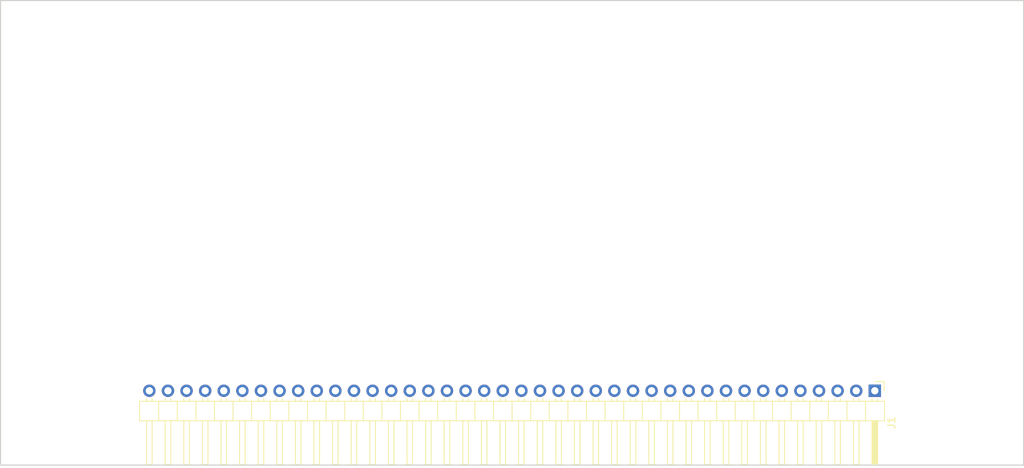
<source format=kicad_pcb>
(kicad_pcb (version 4) (host pcbnew 4.0.6)

  (general
    (links 13)
    (no_connects 13)
    (area 83.744999 63.424999 223.595001 127.075001)
    (thickness 1.6)
    (drawings 4)
    (tracks 0)
    (zones 0)
    (modules 1)
    (nets 28)
  )

  (page A4)
  (layers
    (0 F.Cu signal)
    (31 B.Cu signal)
    (32 B.Adhes user)
    (33 F.Adhes user)
    (34 B.Paste user)
    (35 F.Paste user)
    (36 B.SilkS user)
    (37 F.SilkS user)
    (38 B.Mask user)
    (39 F.Mask user)
    (40 Dwgs.User user)
    (41 Cmts.User user)
    (42 Eco1.User user)
    (43 Eco2.User user)
    (44 Edge.Cuts user)
    (45 Margin user)
    (46 B.CrtYd user)
    (47 F.CrtYd user)
    (48 B.Fab user)
    (49 F.Fab user)
  )

  (setup
    (last_trace_width 0.25)
    (trace_clearance 0.2)
    (zone_clearance 0.508)
    (zone_45_only no)
    (trace_min 0.2)
    (segment_width 0.2)
    (edge_width 0.15)
    (via_size 0.6)
    (via_drill 0.4)
    (via_min_size 0.4)
    (via_min_drill 0.3)
    (uvia_size 0.3)
    (uvia_drill 0.1)
    (uvias_allowed no)
    (uvia_min_size 0.2)
    (uvia_min_drill 0.1)
    (pcb_text_width 0.3)
    (pcb_text_size 1.5 1.5)
    (mod_edge_width 0.15)
    (mod_text_size 1 1)
    (mod_text_width 0.15)
    (pad_size 1.524 1.524)
    (pad_drill 0.762)
    (pad_to_mask_clearance 0.2)
    (aux_axis_origin 0 0)
    (visible_elements FFFFFF7F)
    (pcbplotparams
      (layerselection 0x00030_80000001)
      (usegerberextensions false)
      (excludeedgelayer true)
      (linewidth 0.100000)
      (plotframeref false)
      (viasonmask false)
      (mode 1)
      (useauxorigin false)
      (hpglpennumber 1)
      (hpglpenspeed 20)
      (hpglpendiameter 15)
      (hpglpenoverlay 2)
      (psnegative false)
      (psa4output false)
      (plotreference true)
      (plotvalue true)
      (plotinvisibletext false)
      (padsonsilk false)
      (subtractmaskfromsilk false)
      (outputformat 1)
      (mirror false)
      (drillshape 1)
      (scaleselection 1)
      (outputdirectory ""))
  )

  (net 0 "")
  (net 1 +24V)
  (net 2 GND)
  (net 3 +5V)
  (net 4 +3V3)
  (net 5 GPIO21)
  (net 6 GPIO20)
  (net 7 GPIO16)
  (net 8 GPIO12)
  (net 9 GPIO25)
  (net 10 GPIO24)
  (net 11 GPIO23)
  (net 12 GPIO18)
  (net 13 "Net-(J1-Pad22)")
  (net 14 "Net-(J1-Pad23)")
  (net 15 "Net-(J1-Pad24)")
  (net 16 "Net-(J1-Pad25)")
  (net 17 "Net-(J1-Pad26)")
  (net 18 "Net-(J1-Pad27)")
  (net 19 "Net-(J1-Pad28)")
  (net 20 "Net-(J1-Pad29)")
  (net 21 RST)
  (net 22 TXD)
  (net 23 RXD)
  (net 24 SCL1)
  (net 25 SDA1)
  (net 26 SDA)
  (net 27 SCL)

  (net_class Default "This is the default net class."
    (clearance 0.2)
    (trace_width 0.25)
    (via_dia 0.6)
    (via_drill 0.4)
    (uvia_dia 0.3)
    (uvia_drill 0.1)
    (add_net +24V)
    (add_net +3V3)
    (add_net +5V)
    (add_net GND)
    (add_net GPIO12)
    (add_net GPIO16)
    (add_net GPIO18)
    (add_net GPIO20)
    (add_net GPIO21)
    (add_net GPIO23)
    (add_net GPIO24)
    (add_net GPIO25)
    (add_net "Net-(J1-Pad22)")
    (add_net "Net-(J1-Pad23)")
    (add_net "Net-(J1-Pad24)")
    (add_net "Net-(J1-Pad25)")
    (add_net "Net-(J1-Pad26)")
    (add_net "Net-(J1-Pad27)")
    (add_net "Net-(J1-Pad28)")
    (add_net "Net-(J1-Pad29)")
    (add_net RST)
    (add_net RXD)
    (add_net SCL)
    (add_net SCL1)
    (add_net SDA)
    (add_net SDA1)
    (add_net TXD)
  )

  (module Pin_Headers:Pin_Header_Angled_1x40_Pitch2.54mm (layer F.Cu) (tedit 59650532) (tstamp 599894A8)
    (at 203.2 116.84 270)
    (descr "Through hole angled pin header, 1x40, 2.54mm pitch, 6mm pin length, single row")
    (tags "Through hole angled pin header THT 1x40 2.54mm single row")
    (path /59988FD8)
    (fp_text reference J1 (at 4.385 -2.27 270) (layer F.SilkS)
      (effects (font (size 1 1) (thickness 0.15)))
    )
    (fp_text value CONN_01X40 (at 4.385 101.33 270) (layer F.Fab)
      (effects (font (size 1 1) (thickness 0.15)))
    )
    (fp_line (start 2.135 -1.27) (end 4.04 -1.27) (layer F.Fab) (width 0.1))
    (fp_line (start 4.04 -1.27) (end 4.04 100.33) (layer F.Fab) (width 0.1))
    (fp_line (start 4.04 100.33) (end 1.5 100.33) (layer F.Fab) (width 0.1))
    (fp_line (start 1.5 100.33) (end 1.5 -0.635) (layer F.Fab) (width 0.1))
    (fp_line (start 1.5 -0.635) (end 2.135 -1.27) (layer F.Fab) (width 0.1))
    (fp_line (start -0.32 -0.32) (end 1.5 -0.32) (layer F.Fab) (width 0.1))
    (fp_line (start -0.32 -0.32) (end -0.32 0.32) (layer F.Fab) (width 0.1))
    (fp_line (start -0.32 0.32) (end 1.5 0.32) (layer F.Fab) (width 0.1))
    (fp_line (start 4.04 -0.32) (end 10.04 -0.32) (layer F.Fab) (width 0.1))
    (fp_line (start 10.04 -0.32) (end 10.04 0.32) (layer F.Fab) (width 0.1))
    (fp_line (start 4.04 0.32) (end 10.04 0.32) (layer F.Fab) (width 0.1))
    (fp_line (start -0.32 2.22) (end 1.5 2.22) (layer F.Fab) (width 0.1))
    (fp_line (start -0.32 2.22) (end -0.32 2.86) (layer F.Fab) (width 0.1))
    (fp_line (start -0.32 2.86) (end 1.5 2.86) (layer F.Fab) (width 0.1))
    (fp_line (start 4.04 2.22) (end 10.04 2.22) (layer F.Fab) (width 0.1))
    (fp_line (start 10.04 2.22) (end 10.04 2.86) (layer F.Fab) (width 0.1))
    (fp_line (start 4.04 2.86) (end 10.04 2.86) (layer F.Fab) (width 0.1))
    (fp_line (start -0.32 4.76) (end 1.5 4.76) (layer F.Fab) (width 0.1))
    (fp_line (start -0.32 4.76) (end -0.32 5.4) (layer F.Fab) (width 0.1))
    (fp_line (start -0.32 5.4) (end 1.5 5.4) (layer F.Fab) (width 0.1))
    (fp_line (start 4.04 4.76) (end 10.04 4.76) (layer F.Fab) (width 0.1))
    (fp_line (start 10.04 4.76) (end 10.04 5.4) (layer F.Fab) (width 0.1))
    (fp_line (start 4.04 5.4) (end 10.04 5.4) (layer F.Fab) (width 0.1))
    (fp_line (start -0.32 7.3) (end 1.5 7.3) (layer F.Fab) (width 0.1))
    (fp_line (start -0.32 7.3) (end -0.32 7.94) (layer F.Fab) (width 0.1))
    (fp_line (start -0.32 7.94) (end 1.5 7.94) (layer F.Fab) (width 0.1))
    (fp_line (start 4.04 7.3) (end 10.04 7.3) (layer F.Fab) (width 0.1))
    (fp_line (start 10.04 7.3) (end 10.04 7.94) (layer F.Fab) (width 0.1))
    (fp_line (start 4.04 7.94) (end 10.04 7.94) (layer F.Fab) (width 0.1))
    (fp_line (start -0.32 9.84) (end 1.5 9.84) (layer F.Fab) (width 0.1))
    (fp_line (start -0.32 9.84) (end -0.32 10.48) (layer F.Fab) (width 0.1))
    (fp_line (start -0.32 10.48) (end 1.5 10.48) (layer F.Fab) (width 0.1))
    (fp_line (start 4.04 9.84) (end 10.04 9.84) (layer F.Fab) (width 0.1))
    (fp_line (start 10.04 9.84) (end 10.04 10.48) (layer F.Fab) (width 0.1))
    (fp_line (start 4.04 10.48) (end 10.04 10.48) (layer F.Fab) (width 0.1))
    (fp_line (start -0.32 12.38) (end 1.5 12.38) (layer F.Fab) (width 0.1))
    (fp_line (start -0.32 12.38) (end -0.32 13.02) (layer F.Fab) (width 0.1))
    (fp_line (start -0.32 13.02) (end 1.5 13.02) (layer F.Fab) (width 0.1))
    (fp_line (start 4.04 12.38) (end 10.04 12.38) (layer F.Fab) (width 0.1))
    (fp_line (start 10.04 12.38) (end 10.04 13.02) (layer F.Fab) (width 0.1))
    (fp_line (start 4.04 13.02) (end 10.04 13.02) (layer F.Fab) (width 0.1))
    (fp_line (start -0.32 14.92) (end 1.5 14.92) (layer F.Fab) (width 0.1))
    (fp_line (start -0.32 14.92) (end -0.32 15.56) (layer F.Fab) (width 0.1))
    (fp_line (start -0.32 15.56) (end 1.5 15.56) (layer F.Fab) (width 0.1))
    (fp_line (start 4.04 14.92) (end 10.04 14.92) (layer F.Fab) (width 0.1))
    (fp_line (start 10.04 14.92) (end 10.04 15.56) (layer F.Fab) (width 0.1))
    (fp_line (start 4.04 15.56) (end 10.04 15.56) (layer F.Fab) (width 0.1))
    (fp_line (start -0.32 17.46) (end 1.5 17.46) (layer F.Fab) (width 0.1))
    (fp_line (start -0.32 17.46) (end -0.32 18.1) (layer F.Fab) (width 0.1))
    (fp_line (start -0.32 18.1) (end 1.5 18.1) (layer F.Fab) (width 0.1))
    (fp_line (start 4.04 17.46) (end 10.04 17.46) (layer F.Fab) (width 0.1))
    (fp_line (start 10.04 17.46) (end 10.04 18.1) (layer F.Fab) (width 0.1))
    (fp_line (start 4.04 18.1) (end 10.04 18.1) (layer F.Fab) (width 0.1))
    (fp_line (start -0.32 20) (end 1.5 20) (layer F.Fab) (width 0.1))
    (fp_line (start -0.32 20) (end -0.32 20.64) (layer F.Fab) (width 0.1))
    (fp_line (start -0.32 20.64) (end 1.5 20.64) (layer F.Fab) (width 0.1))
    (fp_line (start 4.04 20) (end 10.04 20) (layer F.Fab) (width 0.1))
    (fp_line (start 10.04 20) (end 10.04 20.64) (layer F.Fab) (width 0.1))
    (fp_line (start 4.04 20.64) (end 10.04 20.64) (layer F.Fab) (width 0.1))
    (fp_line (start -0.32 22.54) (end 1.5 22.54) (layer F.Fab) (width 0.1))
    (fp_line (start -0.32 22.54) (end -0.32 23.18) (layer F.Fab) (width 0.1))
    (fp_line (start -0.32 23.18) (end 1.5 23.18) (layer F.Fab) (width 0.1))
    (fp_line (start 4.04 22.54) (end 10.04 22.54) (layer F.Fab) (width 0.1))
    (fp_line (start 10.04 22.54) (end 10.04 23.18) (layer F.Fab) (width 0.1))
    (fp_line (start 4.04 23.18) (end 10.04 23.18) (layer F.Fab) (width 0.1))
    (fp_line (start -0.32 25.08) (end 1.5 25.08) (layer F.Fab) (width 0.1))
    (fp_line (start -0.32 25.08) (end -0.32 25.72) (layer F.Fab) (width 0.1))
    (fp_line (start -0.32 25.72) (end 1.5 25.72) (layer F.Fab) (width 0.1))
    (fp_line (start 4.04 25.08) (end 10.04 25.08) (layer F.Fab) (width 0.1))
    (fp_line (start 10.04 25.08) (end 10.04 25.72) (layer F.Fab) (width 0.1))
    (fp_line (start 4.04 25.72) (end 10.04 25.72) (layer F.Fab) (width 0.1))
    (fp_line (start -0.32 27.62) (end 1.5 27.62) (layer F.Fab) (width 0.1))
    (fp_line (start -0.32 27.62) (end -0.32 28.26) (layer F.Fab) (width 0.1))
    (fp_line (start -0.32 28.26) (end 1.5 28.26) (layer F.Fab) (width 0.1))
    (fp_line (start 4.04 27.62) (end 10.04 27.62) (layer F.Fab) (width 0.1))
    (fp_line (start 10.04 27.62) (end 10.04 28.26) (layer F.Fab) (width 0.1))
    (fp_line (start 4.04 28.26) (end 10.04 28.26) (layer F.Fab) (width 0.1))
    (fp_line (start -0.32 30.16) (end 1.5 30.16) (layer F.Fab) (width 0.1))
    (fp_line (start -0.32 30.16) (end -0.32 30.8) (layer F.Fab) (width 0.1))
    (fp_line (start -0.32 30.8) (end 1.5 30.8) (layer F.Fab) (width 0.1))
    (fp_line (start 4.04 30.16) (end 10.04 30.16) (layer F.Fab) (width 0.1))
    (fp_line (start 10.04 30.16) (end 10.04 30.8) (layer F.Fab) (width 0.1))
    (fp_line (start 4.04 30.8) (end 10.04 30.8) (layer F.Fab) (width 0.1))
    (fp_line (start -0.32 32.7) (end 1.5 32.7) (layer F.Fab) (width 0.1))
    (fp_line (start -0.32 32.7) (end -0.32 33.34) (layer F.Fab) (width 0.1))
    (fp_line (start -0.32 33.34) (end 1.5 33.34) (layer F.Fab) (width 0.1))
    (fp_line (start 4.04 32.7) (end 10.04 32.7) (layer F.Fab) (width 0.1))
    (fp_line (start 10.04 32.7) (end 10.04 33.34) (layer F.Fab) (width 0.1))
    (fp_line (start 4.04 33.34) (end 10.04 33.34) (layer F.Fab) (width 0.1))
    (fp_line (start -0.32 35.24) (end 1.5 35.24) (layer F.Fab) (width 0.1))
    (fp_line (start -0.32 35.24) (end -0.32 35.88) (layer F.Fab) (width 0.1))
    (fp_line (start -0.32 35.88) (end 1.5 35.88) (layer F.Fab) (width 0.1))
    (fp_line (start 4.04 35.24) (end 10.04 35.24) (layer F.Fab) (width 0.1))
    (fp_line (start 10.04 35.24) (end 10.04 35.88) (layer F.Fab) (width 0.1))
    (fp_line (start 4.04 35.88) (end 10.04 35.88) (layer F.Fab) (width 0.1))
    (fp_line (start -0.32 37.78) (end 1.5 37.78) (layer F.Fab) (width 0.1))
    (fp_line (start -0.32 37.78) (end -0.32 38.42) (layer F.Fab) (width 0.1))
    (fp_line (start -0.32 38.42) (end 1.5 38.42) (layer F.Fab) (width 0.1))
    (fp_line (start 4.04 37.78) (end 10.04 37.78) (layer F.Fab) (width 0.1))
    (fp_line (start 10.04 37.78) (end 10.04 38.42) (layer F.Fab) (width 0.1))
    (fp_line (start 4.04 38.42) (end 10.04 38.42) (layer F.Fab) (width 0.1))
    (fp_line (start -0.32 40.32) (end 1.5 40.32) (layer F.Fab) (width 0.1))
    (fp_line (start -0.32 40.32) (end -0.32 40.96) (layer F.Fab) (width 0.1))
    (fp_line (start -0.32 40.96) (end 1.5 40.96) (layer F.Fab) (width 0.1))
    (fp_line (start 4.04 40.32) (end 10.04 40.32) (layer F.Fab) (width 0.1))
    (fp_line (start 10.04 40.32) (end 10.04 40.96) (layer F.Fab) (width 0.1))
    (fp_line (start 4.04 40.96) (end 10.04 40.96) (layer F.Fab) (width 0.1))
    (fp_line (start -0.32 42.86) (end 1.5 42.86) (layer F.Fab) (width 0.1))
    (fp_line (start -0.32 42.86) (end -0.32 43.5) (layer F.Fab) (width 0.1))
    (fp_line (start -0.32 43.5) (end 1.5 43.5) (layer F.Fab) (width 0.1))
    (fp_line (start 4.04 42.86) (end 10.04 42.86) (layer F.Fab) (width 0.1))
    (fp_line (start 10.04 42.86) (end 10.04 43.5) (layer F.Fab) (width 0.1))
    (fp_line (start 4.04 43.5) (end 10.04 43.5) (layer F.Fab) (width 0.1))
    (fp_line (start -0.32 45.4) (end 1.5 45.4) (layer F.Fab) (width 0.1))
    (fp_line (start -0.32 45.4) (end -0.32 46.04) (layer F.Fab) (width 0.1))
    (fp_line (start -0.32 46.04) (end 1.5 46.04) (layer F.Fab) (width 0.1))
    (fp_line (start 4.04 45.4) (end 10.04 45.4) (layer F.Fab) (width 0.1))
    (fp_line (start 10.04 45.4) (end 10.04 46.04) (layer F.Fab) (width 0.1))
    (fp_line (start 4.04 46.04) (end 10.04 46.04) (layer F.Fab) (width 0.1))
    (fp_line (start -0.32 47.94) (end 1.5 47.94) (layer F.Fab) (width 0.1))
    (fp_line (start -0.32 47.94) (end -0.32 48.58) (layer F.Fab) (width 0.1))
    (fp_line (start -0.32 48.58) (end 1.5 48.58) (layer F.Fab) (width 0.1))
    (fp_line (start 4.04 47.94) (end 10.04 47.94) (layer F.Fab) (width 0.1))
    (fp_line (start 10.04 47.94) (end 10.04 48.58) (layer F.Fab) (width 0.1))
    (fp_line (start 4.04 48.58) (end 10.04 48.58) (layer F.Fab) (width 0.1))
    (fp_line (start -0.32 50.48) (end 1.5 50.48) (layer F.Fab) (width 0.1))
    (fp_line (start -0.32 50.48) (end -0.32 51.12) (layer F.Fab) (width 0.1))
    (fp_line (start -0.32 51.12) (end 1.5 51.12) (layer F.Fab) (width 0.1))
    (fp_line (start 4.04 50.48) (end 10.04 50.48) (layer F.Fab) (width 0.1))
    (fp_line (start 10.04 50.48) (end 10.04 51.12) (layer F.Fab) (width 0.1))
    (fp_line (start 4.04 51.12) (end 10.04 51.12) (layer F.Fab) (width 0.1))
    (fp_line (start -0.32 53.02) (end 1.5 53.02) (layer F.Fab) (width 0.1))
    (fp_line (start -0.32 53.02) (end -0.32 53.66) (layer F.Fab) (width 0.1))
    (fp_line (start -0.32 53.66) (end 1.5 53.66) (layer F.Fab) (width 0.1))
    (fp_line (start 4.04 53.02) (end 10.04 53.02) (layer F.Fab) (width 0.1))
    (fp_line (start 10.04 53.02) (end 10.04 53.66) (layer F.Fab) (width 0.1))
    (fp_line (start 4.04 53.66) (end 10.04 53.66) (layer F.Fab) (width 0.1))
    (fp_line (start -0.32 55.56) (end 1.5 55.56) (layer F.Fab) (width 0.1))
    (fp_line (start -0.32 55.56) (end -0.32 56.2) (layer F.Fab) (width 0.1))
    (fp_line (start -0.32 56.2) (end 1.5 56.2) (layer F.Fab) (width 0.1))
    (fp_line (start 4.04 55.56) (end 10.04 55.56) (layer F.Fab) (width 0.1))
    (fp_line (start 10.04 55.56) (end 10.04 56.2) (layer F.Fab) (width 0.1))
    (fp_line (start 4.04 56.2) (end 10.04 56.2) (layer F.Fab) (width 0.1))
    (fp_line (start -0.32 58.1) (end 1.5 58.1) (layer F.Fab) (width 0.1))
    (fp_line (start -0.32 58.1) (end -0.32 58.74) (layer F.Fab) (width 0.1))
    (fp_line (start -0.32 58.74) (end 1.5 58.74) (layer F.Fab) (width 0.1))
    (fp_line (start 4.04 58.1) (end 10.04 58.1) (layer F.Fab) (width 0.1))
    (fp_line (start 10.04 58.1) (end 10.04 58.74) (layer F.Fab) (width 0.1))
    (fp_line (start 4.04 58.74) (end 10.04 58.74) (layer F.Fab) (width 0.1))
    (fp_line (start -0.32 60.64) (end 1.5 60.64) (layer F.Fab) (width 0.1))
    (fp_line (start -0.32 60.64) (end -0.32 61.28) (layer F.Fab) (width 0.1))
    (fp_line (start -0.32 61.28) (end 1.5 61.28) (layer F.Fab) (width 0.1))
    (fp_line (start 4.04 60.64) (end 10.04 60.64) (layer F.Fab) (width 0.1))
    (fp_line (start 10.04 60.64) (end 10.04 61.28) (layer F.Fab) (width 0.1))
    (fp_line (start 4.04 61.28) (end 10.04 61.28) (layer F.Fab) (width 0.1))
    (fp_line (start -0.32 63.18) (end 1.5 63.18) (layer F.Fab) (width 0.1))
    (fp_line (start -0.32 63.18) (end -0.32 63.82) (layer F.Fab) (width 0.1))
    (fp_line (start -0.32 63.82) (end 1.5 63.82) (layer F.Fab) (width 0.1))
    (fp_line (start 4.04 63.18) (end 10.04 63.18) (layer F.Fab) (width 0.1))
    (fp_line (start 10.04 63.18) (end 10.04 63.82) (layer F.Fab) (width 0.1))
    (fp_line (start 4.04 63.82) (end 10.04 63.82) (layer F.Fab) (width 0.1))
    (fp_line (start -0.32 65.72) (end 1.5 65.72) (layer F.Fab) (width 0.1))
    (fp_line (start -0.32 65.72) (end -0.32 66.36) (layer F.Fab) (width 0.1))
    (fp_line (start -0.32 66.36) (end 1.5 66.36) (layer F.Fab) (width 0.1))
    (fp_line (start 4.04 65.72) (end 10.04 65.72) (layer F.Fab) (width 0.1))
    (fp_line (start 10.04 65.72) (end 10.04 66.36) (layer F.Fab) (width 0.1))
    (fp_line (start 4.04 66.36) (end 10.04 66.36) (layer F.Fab) (width 0.1))
    (fp_line (start -0.32 68.26) (end 1.5 68.26) (layer F.Fab) (width 0.1))
    (fp_line (start -0.32 68.26) (end -0.32 68.9) (layer F.Fab) (width 0.1))
    (fp_line (start -0.32 68.9) (end 1.5 68.9) (layer F.Fab) (width 0.1))
    (fp_line (start 4.04 68.26) (end 10.04 68.26) (layer F.Fab) (width 0.1))
    (fp_line (start 10.04 68.26) (end 10.04 68.9) (layer F.Fab) (width 0.1))
    (fp_line (start 4.04 68.9) (end 10.04 68.9) (layer F.Fab) (width 0.1))
    (fp_line (start -0.32 70.8) (end 1.5 70.8) (layer F.Fab) (width 0.1))
    (fp_line (start -0.32 70.8) (end -0.32 71.44) (layer F.Fab) (width 0.1))
    (fp_line (start -0.32 71.44) (end 1.5 71.44) (layer F.Fab) (width 0.1))
    (fp_line (start 4.04 70.8) (end 10.04 70.8) (layer F.Fab) (width 0.1))
    (fp_line (start 10.04 70.8) (end 10.04 71.44) (layer F.Fab) (width 0.1))
    (fp_line (start 4.04 71.44) (end 10.04 71.44) (layer F.Fab) (width 0.1))
    (fp_line (start -0.32 73.34) (end 1.5 73.34) (layer F.Fab) (width 0.1))
    (fp_line (start -0.32 73.34) (end -0.32 73.98) (layer F.Fab) (width 0.1))
    (fp_line (start -0.32 73.98) (end 1.5 73.98) (layer F.Fab) (width 0.1))
    (fp_line (start 4.04 73.34) (end 10.04 73.34) (layer F.Fab) (width 0.1))
    (fp_line (start 10.04 73.34) (end 10.04 73.98) (layer F.Fab) (width 0.1))
    (fp_line (start 4.04 73.98) (end 10.04 73.98) (layer F.Fab) (width 0.1))
    (fp_line (start -0.32 75.88) (end 1.5 75.88) (layer F.Fab) (width 0.1))
    (fp_line (start -0.32 75.88) (end -0.32 76.52) (layer F.Fab) (width 0.1))
    (fp_line (start -0.32 76.52) (end 1.5 76.52) (layer F.Fab) (width 0.1))
    (fp_line (start 4.04 75.88) (end 10.04 75.88) (layer F.Fab) (width 0.1))
    (fp_line (start 10.04 75.88) (end 10.04 76.52) (layer F.Fab) (width 0.1))
    (fp_line (start 4.04 76.52) (end 10.04 76.52) (layer F.Fab) (width 0.1))
    (fp_line (start -0.32 78.42) (end 1.5 78.42) (layer F.Fab) (width 0.1))
    (fp_line (start -0.32 78.42) (end -0.32 79.06) (layer F.Fab) (width 0.1))
    (fp_line (start -0.32 79.06) (end 1.5 79.06) (layer F.Fab) (width 0.1))
    (fp_line (start 4.04 78.42) (end 10.04 78.42) (layer F.Fab) (width 0.1))
    (fp_line (start 10.04 78.42) (end 10.04 79.06) (layer F.Fab) (width 0.1))
    (fp_line (start 4.04 79.06) (end 10.04 79.06) (layer F.Fab) (width 0.1))
    (fp_line (start -0.32 80.96) (end 1.5 80.96) (layer F.Fab) (width 0.1))
    (fp_line (start -0.32 80.96) (end -0.32 81.6) (layer F.Fab) (width 0.1))
    (fp_line (start -0.32 81.6) (end 1.5 81.6) (layer F.Fab) (width 0.1))
    (fp_line (start 4.04 80.96) (end 10.04 80.96) (layer F.Fab) (width 0.1))
    (fp_line (start 10.04 80.96) (end 10.04 81.6) (layer F.Fab) (width 0.1))
    (fp_line (start 4.04 81.6) (end 10.04 81.6) (layer F.Fab) (width 0.1))
    (fp_line (start -0.32 83.5) (end 1.5 83.5) (layer F.Fab) (width 0.1))
    (fp_line (start -0.32 83.5) (end -0.32 84.14) (layer F.Fab) (width 0.1))
    (fp_line (start -0.32 84.14) (end 1.5 84.14) (layer F.Fab) (width 0.1))
    (fp_line (start 4.04 83.5) (end 10.04 83.5) (layer F.Fab) (width 0.1))
    (fp_line (start 10.04 83.5) (end 10.04 84.14) (layer F.Fab) (width 0.1))
    (fp_line (start 4.04 84.14) (end 10.04 84.14) (layer F.Fab) (width 0.1))
    (fp_line (start -0.32 86.04) (end 1.5 86.04) (layer F.Fab) (width 0.1))
    (fp_line (start -0.32 86.04) (end -0.32 86.68) (layer F.Fab) (width 0.1))
    (fp_line (start -0.32 86.68) (end 1.5 86.68) (layer F.Fab) (width 0.1))
    (fp_line (start 4.04 86.04) (end 10.04 86.04) (layer F.Fab) (width 0.1))
    (fp_line (start 10.04 86.04) (end 10.04 86.68) (layer F.Fab) (width 0.1))
    (fp_line (start 4.04 86.68) (end 10.04 86.68) (layer F.Fab) (width 0.1))
    (fp_line (start -0.32 88.58) (end 1.5 88.58) (layer F.Fab) (width 0.1))
    (fp_line (start -0.32 88.58) (end -0.32 89.22) (layer F.Fab) (width 0.1))
    (fp_line (start -0.32 89.22) (end 1.5 89.22) (layer F.Fab) (width 0.1))
    (fp_line (start 4.04 88.58) (end 10.04 88.58) (layer F.Fab) (width 0.1))
    (fp_line (start 10.04 88.58) (end 10.04 89.22) (layer F.Fab) (width 0.1))
    (fp_line (start 4.04 89.22) (end 10.04 89.22) (layer F.Fab) (width 0.1))
    (fp_line (start -0.32 91.12) (end 1.5 91.12) (layer F.Fab) (width 0.1))
    (fp_line (start -0.32 91.12) (end -0.32 91.76) (layer F.Fab) (width 0.1))
    (fp_line (start -0.32 91.76) (end 1.5 91.76) (layer F.Fab) (width 0.1))
    (fp_line (start 4.04 91.12) (end 10.04 91.12) (layer F.Fab) (width 0.1))
    (fp_line (start 10.04 91.12) (end 10.04 91.76) (layer F.Fab) (width 0.1))
    (fp_line (start 4.04 91.76) (end 10.04 91.76) (layer F.Fab) (width 0.1))
    (fp_line (start -0.32 93.66) (end 1.5 93.66) (layer F.Fab) (width 0.1))
    (fp_line (start -0.32 93.66) (end -0.32 94.3) (layer F.Fab) (width 0.1))
    (fp_line (start -0.32 94.3) (end 1.5 94.3) (layer F.Fab) (width 0.1))
    (fp_line (start 4.04 93.66) (end 10.04 93.66) (layer F.Fab) (width 0.1))
    (fp_line (start 10.04 93.66) (end 10.04 94.3) (layer F.Fab) (width 0.1))
    (fp_line (start 4.04 94.3) (end 10.04 94.3) (layer F.Fab) (width 0.1))
    (fp_line (start -0.32 96.2) (end 1.5 96.2) (layer F.Fab) (width 0.1))
    (fp_line (start -0.32 96.2) (end -0.32 96.84) (layer F.Fab) (width 0.1))
    (fp_line (start -0.32 96.84) (end 1.5 96.84) (layer F.Fab) (width 0.1))
    (fp_line (start 4.04 96.2) (end 10.04 96.2) (layer F.Fab) (width 0.1))
    (fp_line (start 10.04 96.2) (end 10.04 96.84) (layer F.Fab) (width 0.1))
    (fp_line (start 4.04 96.84) (end 10.04 96.84) (layer F.Fab) (width 0.1))
    (fp_line (start -0.32 98.74) (end 1.5 98.74) (layer F.Fab) (width 0.1))
    (fp_line (start -0.32 98.74) (end -0.32 99.38) (layer F.Fab) (width 0.1))
    (fp_line (start -0.32 99.38) (end 1.5 99.38) (layer F.Fab) (width 0.1))
    (fp_line (start 4.04 98.74) (end 10.04 98.74) (layer F.Fab) (width 0.1))
    (fp_line (start 10.04 98.74) (end 10.04 99.38) (layer F.Fab) (width 0.1))
    (fp_line (start 4.04 99.38) (end 10.04 99.38) (layer F.Fab) (width 0.1))
    (fp_line (start 1.44 -1.33) (end 1.44 100.39) (layer F.SilkS) (width 0.12))
    (fp_line (start 1.44 100.39) (end 4.1 100.39) (layer F.SilkS) (width 0.12))
    (fp_line (start 4.1 100.39) (end 4.1 -1.33) (layer F.SilkS) (width 0.12))
    (fp_line (start 4.1 -1.33) (end 1.44 -1.33) (layer F.SilkS) (width 0.12))
    (fp_line (start 4.1 -0.38) (end 10.1 -0.38) (layer F.SilkS) (width 0.12))
    (fp_line (start 10.1 -0.38) (end 10.1 0.38) (layer F.SilkS) (width 0.12))
    (fp_line (start 10.1 0.38) (end 4.1 0.38) (layer F.SilkS) (width 0.12))
    (fp_line (start 4.1 -0.32) (end 10.1 -0.32) (layer F.SilkS) (width 0.12))
    (fp_line (start 4.1 -0.2) (end 10.1 -0.2) (layer F.SilkS) (width 0.12))
    (fp_line (start 4.1 -0.08) (end 10.1 -0.08) (layer F.SilkS) (width 0.12))
    (fp_line (start 4.1 0.04) (end 10.1 0.04) (layer F.SilkS) (width 0.12))
    (fp_line (start 4.1 0.16) (end 10.1 0.16) (layer F.SilkS) (width 0.12))
    (fp_line (start 4.1 0.28) (end 10.1 0.28) (layer F.SilkS) (width 0.12))
    (fp_line (start 1.11 -0.38) (end 1.44 -0.38) (layer F.SilkS) (width 0.12))
    (fp_line (start 1.11 0.38) (end 1.44 0.38) (layer F.SilkS) (width 0.12))
    (fp_line (start 1.44 1.27) (end 4.1 1.27) (layer F.SilkS) (width 0.12))
    (fp_line (start 4.1 2.16) (end 10.1 2.16) (layer F.SilkS) (width 0.12))
    (fp_line (start 10.1 2.16) (end 10.1 2.92) (layer F.SilkS) (width 0.12))
    (fp_line (start 10.1 2.92) (end 4.1 2.92) (layer F.SilkS) (width 0.12))
    (fp_line (start 1.042929 2.16) (end 1.44 2.16) (layer F.SilkS) (width 0.12))
    (fp_line (start 1.042929 2.92) (end 1.44 2.92) (layer F.SilkS) (width 0.12))
    (fp_line (start 1.44 3.81) (end 4.1 3.81) (layer F.SilkS) (width 0.12))
    (fp_line (start 4.1 4.7) (end 10.1 4.7) (layer F.SilkS) (width 0.12))
    (fp_line (start 10.1 4.7) (end 10.1 5.46) (layer F.SilkS) (width 0.12))
    (fp_line (start 10.1 5.46) (end 4.1 5.46) (layer F.SilkS) (width 0.12))
    (fp_line (start 1.042929 4.7) (end 1.44 4.7) (layer F.SilkS) (width 0.12))
    (fp_line (start 1.042929 5.46) (end 1.44 5.46) (layer F.SilkS) (width 0.12))
    (fp_line (start 1.44 6.35) (end 4.1 6.35) (layer F.SilkS) (width 0.12))
    (fp_line (start 4.1 7.24) (end 10.1 7.24) (layer F.SilkS) (width 0.12))
    (fp_line (start 10.1 7.24) (end 10.1 8) (layer F.SilkS) (width 0.12))
    (fp_line (start 10.1 8) (end 4.1 8) (layer F.SilkS) (width 0.12))
    (fp_line (start 1.042929 7.24) (end 1.44 7.24) (layer F.SilkS) (width 0.12))
    (fp_line (start 1.042929 8) (end 1.44 8) (layer F.SilkS) (width 0.12))
    (fp_line (start 1.44 8.89) (end 4.1 8.89) (layer F.SilkS) (width 0.12))
    (fp_line (start 4.1 9.78) (end 10.1 9.78) (layer F.SilkS) (width 0.12))
    (fp_line (start 10.1 9.78) (end 10.1 10.54) (layer F.SilkS) (width 0.12))
    (fp_line (start 10.1 10.54) (end 4.1 10.54) (layer F.SilkS) (width 0.12))
    (fp_line (start 1.042929 9.78) (end 1.44 9.78) (layer F.SilkS) (width 0.12))
    (fp_line (start 1.042929 10.54) (end 1.44 10.54) (layer F.SilkS) (width 0.12))
    (fp_line (start 1.44 11.43) (end 4.1 11.43) (layer F.SilkS) (width 0.12))
    (fp_line (start 4.1 12.32) (end 10.1 12.32) (layer F.SilkS) (width 0.12))
    (fp_line (start 10.1 12.32) (end 10.1 13.08) (layer F.SilkS) (width 0.12))
    (fp_line (start 10.1 13.08) (end 4.1 13.08) (layer F.SilkS) (width 0.12))
    (fp_line (start 1.042929 12.32) (end 1.44 12.32) (layer F.SilkS) (width 0.12))
    (fp_line (start 1.042929 13.08) (end 1.44 13.08) (layer F.SilkS) (width 0.12))
    (fp_line (start 1.44 13.97) (end 4.1 13.97) (layer F.SilkS) (width 0.12))
    (fp_line (start 4.1 14.86) (end 10.1 14.86) (layer F.SilkS) (width 0.12))
    (fp_line (start 10.1 14.86) (end 10.1 15.62) (layer F.SilkS) (width 0.12))
    (fp_line (start 10.1 15.62) (end 4.1 15.62) (layer F.SilkS) (width 0.12))
    (fp_line (start 1.042929 14.86) (end 1.44 14.86) (layer F.SilkS) (width 0.12))
    (fp_line (start 1.042929 15.62) (end 1.44 15.62) (layer F.SilkS) (width 0.12))
    (fp_line (start 1.44 16.51) (end 4.1 16.51) (layer F.SilkS) (width 0.12))
    (fp_line (start 4.1 17.4) (end 10.1 17.4) (layer F.SilkS) (width 0.12))
    (fp_line (start 10.1 17.4) (end 10.1 18.16) (layer F.SilkS) (width 0.12))
    (fp_line (start 10.1 18.16) (end 4.1 18.16) (layer F.SilkS) (width 0.12))
    (fp_line (start 1.042929 17.4) (end 1.44 17.4) (layer F.SilkS) (width 0.12))
    (fp_line (start 1.042929 18.16) (end 1.44 18.16) (layer F.SilkS) (width 0.12))
    (fp_line (start 1.44 19.05) (end 4.1 19.05) (layer F.SilkS) (width 0.12))
    (fp_line (start 4.1 19.94) (end 10.1 19.94) (layer F.SilkS) (width 0.12))
    (fp_line (start 10.1 19.94) (end 10.1 20.7) (layer F.SilkS) (width 0.12))
    (fp_line (start 10.1 20.7) (end 4.1 20.7) (layer F.SilkS) (width 0.12))
    (fp_line (start 1.042929 19.94) (end 1.44 19.94) (layer F.SilkS) (width 0.12))
    (fp_line (start 1.042929 20.7) (end 1.44 20.7) (layer F.SilkS) (width 0.12))
    (fp_line (start 1.44 21.59) (end 4.1 21.59) (layer F.SilkS) (width 0.12))
    (fp_line (start 4.1 22.48) (end 10.1 22.48) (layer F.SilkS) (width 0.12))
    (fp_line (start 10.1 22.48) (end 10.1 23.24) (layer F.SilkS) (width 0.12))
    (fp_line (start 10.1 23.24) (end 4.1 23.24) (layer F.SilkS) (width 0.12))
    (fp_line (start 1.042929 22.48) (end 1.44 22.48) (layer F.SilkS) (width 0.12))
    (fp_line (start 1.042929 23.24) (end 1.44 23.24) (layer F.SilkS) (width 0.12))
    (fp_line (start 1.44 24.13) (end 4.1 24.13) (layer F.SilkS) (width 0.12))
    (fp_line (start 4.1 25.02) (end 10.1 25.02) (layer F.SilkS) (width 0.12))
    (fp_line (start 10.1 25.02) (end 10.1 25.78) (layer F.SilkS) (width 0.12))
    (fp_line (start 10.1 25.78) (end 4.1 25.78) (layer F.SilkS) (width 0.12))
    (fp_line (start 1.042929 25.02) (end 1.44 25.02) (layer F.SilkS) (width 0.12))
    (fp_line (start 1.042929 25.78) (end 1.44 25.78) (layer F.SilkS) (width 0.12))
    (fp_line (start 1.44 26.67) (end 4.1 26.67) (layer F.SilkS) (width 0.12))
    (fp_line (start 4.1 27.56) (end 10.1 27.56) (layer F.SilkS) (width 0.12))
    (fp_line (start 10.1 27.56) (end 10.1 28.32) (layer F.SilkS) (width 0.12))
    (fp_line (start 10.1 28.32) (end 4.1 28.32) (layer F.SilkS) (width 0.12))
    (fp_line (start 1.042929 27.56) (end 1.44 27.56) (layer F.SilkS) (width 0.12))
    (fp_line (start 1.042929 28.32) (end 1.44 28.32) (layer F.SilkS) (width 0.12))
    (fp_line (start 1.44 29.21) (end 4.1 29.21) (layer F.SilkS) (width 0.12))
    (fp_line (start 4.1 30.1) (end 10.1 30.1) (layer F.SilkS) (width 0.12))
    (fp_line (start 10.1 30.1) (end 10.1 30.86) (layer F.SilkS) (width 0.12))
    (fp_line (start 10.1 30.86) (end 4.1 30.86) (layer F.SilkS) (width 0.12))
    (fp_line (start 1.042929 30.1) (end 1.44 30.1) (layer F.SilkS) (width 0.12))
    (fp_line (start 1.042929 30.86) (end 1.44 30.86) (layer F.SilkS) (width 0.12))
    (fp_line (start 1.44 31.75) (end 4.1 31.75) (layer F.SilkS) (width 0.12))
    (fp_line (start 4.1 32.64) (end 10.1 32.64) (layer F.SilkS) (width 0.12))
    (fp_line (start 10.1 32.64) (end 10.1 33.4) (layer F.SilkS) (width 0.12))
    (fp_line (start 10.1 33.4) (end 4.1 33.4) (layer F.SilkS) (width 0.12))
    (fp_line (start 1.042929 32.64) (end 1.44 32.64) (layer F.SilkS) (width 0.12))
    (fp_line (start 1.042929 33.4) (end 1.44 33.4) (layer F.SilkS) (width 0.12))
    (fp_line (start 1.44 34.29) (end 4.1 34.29) (layer F.SilkS) (width 0.12))
    (fp_line (start 4.1 35.18) (end 10.1 35.18) (layer F.SilkS) (width 0.12))
    (fp_line (start 10.1 35.18) (end 10.1 35.94) (layer F.SilkS) (width 0.12))
    (fp_line (start 10.1 35.94) (end 4.1 35.94) (layer F.SilkS) (width 0.12))
    (fp_line (start 1.042929 35.18) (end 1.44 35.18) (layer F.SilkS) (width 0.12))
    (fp_line (start 1.042929 35.94) (end 1.44 35.94) (layer F.SilkS) (width 0.12))
    (fp_line (start 1.44 36.83) (end 4.1 36.83) (layer F.SilkS) (width 0.12))
    (fp_line (start 4.1 37.72) (end 10.1 37.72) (layer F.SilkS) (width 0.12))
    (fp_line (start 10.1 37.72) (end 10.1 38.48) (layer F.SilkS) (width 0.12))
    (fp_line (start 10.1 38.48) (end 4.1 38.48) (layer F.SilkS) (width 0.12))
    (fp_line (start 1.042929 37.72) (end 1.44 37.72) (layer F.SilkS) (width 0.12))
    (fp_line (start 1.042929 38.48) (end 1.44 38.48) (layer F.SilkS) (width 0.12))
    (fp_line (start 1.44 39.37) (end 4.1 39.37) (layer F.SilkS) (width 0.12))
    (fp_line (start 4.1 40.26) (end 10.1 40.26) (layer F.SilkS) (width 0.12))
    (fp_line (start 10.1 40.26) (end 10.1 41.02) (layer F.SilkS) (width 0.12))
    (fp_line (start 10.1 41.02) (end 4.1 41.02) (layer F.SilkS) (width 0.12))
    (fp_line (start 1.042929 40.26) (end 1.44 40.26) (layer F.SilkS) (width 0.12))
    (fp_line (start 1.042929 41.02) (end 1.44 41.02) (layer F.SilkS) (width 0.12))
    (fp_line (start 1.44 41.91) (end 4.1 41.91) (layer F.SilkS) (width 0.12))
    (fp_line (start 4.1 42.8) (end 10.1 42.8) (layer F.SilkS) (width 0.12))
    (fp_line (start 10.1 42.8) (end 10.1 43.56) (layer F.SilkS) (width 0.12))
    (fp_line (start 10.1 43.56) (end 4.1 43.56) (layer F.SilkS) (width 0.12))
    (fp_line (start 1.042929 42.8) (end 1.44 42.8) (layer F.SilkS) (width 0.12))
    (fp_line (start 1.042929 43.56) (end 1.44 43.56) (layer F.SilkS) (width 0.12))
    (fp_line (start 1.44 44.45) (end 4.1 44.45) (layer F.SilkS) (width 0.12))
    (fp_line (start 4.1 45.34) (end 10.1 45.34) (layer F.SilkS) (width 0.12))
    (fp_line (start 10.1 45.34) (end 10.1 46.1) (layer F.SilkS) (width 0.12))
    (fp_line (start 10.1 46.1) (end 4.1 46.1) (layer F.SilkS) (width 0.12))
    (fp_line (start 1.042929 45.34) (end 1.44 45.34) (layer F.SilkS) (width 0.12))
    (fp_line (start 1.042929 46.1) (end 1.44 46.1) (layer F.SilkS) (width 0.12))
    (fp_line (start 1.44 46.99) (end 4.1 46.99) (layer F.SilkS) (width 0.12))
    (fp_line (start 4.1 47.88) (end 10.1 47.88) (layer F.SilkS) (width 0.12))
    (fp_line (start 10.1 47.88) (end 10.1 48.64) (layer F.SilkS) (width 0.12))
    (fp_line (start 10.1 48.64) (end 4.1 48.64) (layer F.SilkS) (width 0.12))
    (fp_line (start 1.042929 47.88) (end 1.44 47.88) (layer F.SilkS) (width 0.12))
    (fp_line (start 1.042929 48.64) (end 1.44 48.64) (layer F.SilkS) (width 0.12))
    (fp_line (start 1.44 49.53) (end 4.1 49.53) (layer F.SilkS) (width 0.12))
    (fp_line (start 4.1 50.42) (end 10.1 50.42) (layer F.SilkS) (width 0.12))
    (fp_line (start 10.1 50.42) (end 10.1 51.18) (layer F.SilkS) (width 0.12))
    (fp_line (start 10.1 51.18) (end 4.1 51.18) (layer F.SilkS) (width 0.12))
    (fp_line (start 1.042929 50.42) (end 1.44 50.42) (layer F.SilkS) (width 0.12))
    (fp_line (start 1.042929 51.18) (end 1.44 51.18) (layer F.SilkS) (width 0.12))
    (fp_line (start 1.44 52.07) (end 4.1 52.07) (layer F.SilkS) (width 0.12))
    (fp_line (start 4.1 52.96) (end 10.1 52.96) (layer F.SilkS) (width 0.12))
    (fp_line (start 10.1 52.96) (end 10.1 53.72) (layer F.SilkS) (width 0.12))
    (fp_line (start 10.1 53.72) (end 4.1 53.72) (layer F.SilkS) (width 0.12))
    (fp_line (start 1.042929 52.96) (end 1.44 52.96) (layer F.SilkS) (width 0.12))
    (fp_line (start 1.042929 53.72) (end 1.44 53.72) (layer F.SilkS) (width 0.12))
    (fp_line (start 1.44 54.61) (end 4.1 54.61) (layer F.SilkS) (width 0.12))
    (fp_line (start 4.1 55.5) (end 10.1 55.5) (layer F.SilkS) (width 0.12))
    (fp_line (start 10.1 55.5) (end 10.1 56.26) (layer F.SilkS) (width 0.12))
    (fp_line (start 10.1 56.26) (end 4.1 56.26) (layer F.SilkS) (width 0.12))
    (fp_line (start 1.042929 55.5) (end 1.44 55.5) (layer F.SilkS) (width 0.12))
    (fp_line (start 1.042929 56.26) (end 1.44 56.26) (layer F.SilkS) (width 0.12))
    (fp_line (start 1.44 57.15) (end 4.1 57.15) (layer F.SilkS) (width 0.12))
    (fp_line (start 4.1 58.04) (end 10.1 58.04) (layer F.SilkS) (width 0.12))
    (fp_line (start 10.1 58.04) (end 10.1 58.8) (layer F.SilkS) (width 0.12))
    (fp_line (start 10.1 58.8) (end 4.1 58.8) (layer F.SilkS) (width 0.12))
    (fp_line (start 1.042929 58.04) (end 1.44 58.04) (layer F.SilkS) (width 0.12))
    (fp_line (start 1.042929 58.8) (end 1.44 58.8) (layer F.SilkS) (width 0.12))
    (fp_line (start 1.44 59.69) (end 4.1 59.69) (layer F.SilkS) (width 0.12))
    (fp_line (start 4.1 60.58) (end 10.1 60.58) (layer F.SilkS) (width 0.12))
    (fp_line (start 10.1 60.58) (end 10.1 61.34) (layer F.SilkS) (width 0.12))
    (fp_line (start 10.1 61.34) (end 4.1 61.34) (layer F.SilkS) (width 0.12))
    (fp_line (start 1.042929 60.58) (end 1.44 60.58) (layer F.SilkS) (width 0.12))
    (fp_line (start 1.042929 61.34) (end 1.44 61.34) (layer F.SilkS) (width 0.12))
    (fp_line (start 1.44 62.23) (end 4.1 62.23) (layer F.SilkS) (width 0.12))
    (fp_line (start 4.1 63.12) (end 10.1 63.12) (layer F.SilkS) (width 0.12))
    (fp_line (start 10.1 63.12) (end 10.1 63.88) (layer F.SilkS) (width 0.12))
    (fp_line (start 10.1 63.88) (end 4.1 63.88) (layer F.SilkS) (width 0.12))
    (fp_line (start 1.042929 63.12) (end 1.44 63.12) (layer F.SilkS) (width 0.12))
    (fp_line (start 1.042929 63.88) (end 1.44 63.88) (layer F.SilkS) (width 0.12))
    (fp_line (start 1.44 64.77) (end 4.1 64.77) (layer F.SilkS) (width 0.12))
    (fp_line (start 4.1 65.66) (end 10.1 65.66) (layer F.SilkS) (width 0.12))
    (fp_line (start 10.1 65.66) (end 10.1 66.42) (layer F.SilkS) (width 0.12))
    (fp_line (start 10.1 66.42) (end 4.1 66.42) (layer F.SilkS) (width 0.12))
    (fp_line (start 1.042929 65.66) (end 1.44 65.66) (layer F.SilkS) (width 0.12))
    (fp_line (start 1.042929 66.42) (end 1.44 66.42) (layer F.SilkS) (width 0.12))
    (fp_line (start 1.44 67.31) (end 4.1 67.31) (layer F.SilkS) (width 0.12))
    (fp_line (start 4.1 68.2) (end 10.1 68.2) (layer F.SilkS) (width 0.12))
    (fp_line (start 10.1 68.2) (end 10.1 68.96) (layer F.SilkS) (width 0.12))
    (fp_line (start 10.1 68.96) (end 4.1 68.96) (layer F.SilkS) (width 0.12))
    (fp_line (start 1.042929 68.2) (end 1.44 68.2) (layer F.SilkS) (width 0.12))
    (fp_line (start 1.042929 68.96) (end 1.44 68.96) (layer F.SilkS) (width 0.12))
    (fp_line (start 1.44 69.85) (end 4.1 69.85) (layer F.SilkS) (width 0.12))
    (fp_line (start 4.1 70.74) (end 10.1 70.74) (layer F.SilkS) (width 0.12))
    (fp_line (start 10.1 70.74) (end 10.1 71.5) (layer F.SilkS) (width 0.12))
    (fp_line (start 10.1 71.5) (end 4.1 71.5) (layer F.SilkS) (width 0.12))
    (fp_line (start 1.042929 70.74) (end 1.44 70.74) (layer F.SilkS) (width 0.12))
    (fp_line (start 1.042929 71.5) (end 1.44 71.5) (layer F.SilkS) (width 0.12))
    (fp_line (start 1.44 72.39) (end 4.1 72.39) (layer F.SilkS) (width 0.12))
    (fp_line (start 4.1 73.28) (end 10.1 73.28) (layer F.SilkS) (width 0.12))
    (fp_line (start 10.1 73.28) (end 10.1 74.04) (layer F.SilkS) (width 0.12))
    (fp_line (start 10.1 74.04) (end 4.1 74.04) (layer F.SilkS) (width 0.12))
    (fp_line (start 1.042929 73.28) (end 1.44 73.28) (layer F.SilkS) (width 0.12))
    (fp_line (start 1.042929 74.04) (end 1.44 74.04) (layer F.SilkS) (width 0.12))
    (fp_line (start 1.44 74.93) (end 4.1 74.93) (layer F.SilkS) (width 0.12))
    (fp_line (start 4.1 75.82) (end 10.1 75.82) (layer F.SilkS) (width 0.12))
    (fp_line (start 10.1 75.82) (end 10.1 76.58) (layer F.SilkS) (width 0.12))
    (fp_line (start 10.1 76.58) (end 4.1 76.58) (layer F.SilkS) (width 0.12))
    (fp_line (start 1.042929 75.82) (end 1.44 75.82) (layer F.SilkS) (width 0.12))
    (fp_line (start 1.042929 76.58) (end 1.44 76.58) (layer F.SilkS) (width 0.12))
    (fp_line (start 1.44 77.47) (end 4.1 77.47) (layer F.SilkS) (width 0.12))
    (fp_line (start 4.1 78.36) (end 10.1 78.36) (layer F.SilkS) (width 0.12))
    (fp_line (start 10.1 78.36) (end 10.1 79.12) (layer F.SilkS) (width 0.12))
    (fp_line (start 10.1 79.12) (end 4.1 79.12) (layer F.SilkS) (width 0.12))
    (fp_line (start 1.042929 78.36) (end 1.44 78.36) (layer F.SilkS) (width 0.12))
    (fp_line (start 1.042929 79.12) (end 1.44 79.12) (layer F.SilkS) (width 0.12))
    (fp_line (start 1.44 80.01) (end 4.1 80.01) (layer F.SilkS) (width 0.12))
    (fp_line (start 4.1 80.9) (end 10.1 80.9) (layer F.SilkS) (width 0.12))
    (fp_line (start 10.1 80.9) (end 10.1 81.66) (layer F.SilkS) (width 0.12))
    (fp_line (start 10.1 81.66) (end 4.1 81.66) (layer F.SilkS) (width 0.12))
    (fp_line (start 1.042929 80.9) (end 1.44 80.9) (layer F.SilkS) (width 0.12))
    (fp_line (start 1.042929 81.66) (end 1.44 81.66) (layer F.SilkS) (width 0.12))
    (fp_line (start 1.44 82.55) (end 4.1 82.55) (layer F.SilkS) (width 0.12))
    (fp_line (start 4.1 83.44) (end 10.1 83.44) (layer F.SilkS) (width 0.12))
    (fp_line (start 10.1 83.44) (end 10.1 84.2) (layer F.SilkS) (width 0.12))
    (fp_line (start 10.1 84.2) (end 4.1 84.2) (layer F.SilkS) (width 0.12))
    (fp_line (start 1.042929 83.44) (end 1.44 83.44) (layer F.SilkS) (width 0.12))
    (fp_line (start 1.042929 84.2) (end 1.44 84.2) (layer F.SilkS) (width 0.12))
    (fp_line (start 1.44 85.09) (end 4.1 85.09) (layer F.SilkS) (width 0.12))
    (fp_line (start 4.1 85.98) (end 10.1 85.98) (layer F.SilkS) (width 0.12))
    (fp_line (start 10.1 85.98) (end 10.1 86.74) (layer F.SilkS) (width 0.12))
    (fp_line (start 10.1 86.74) (end 4.1 86.74) (layer F.SilkS) (width 0.12))
    (fp_line (start 1.042929 85.98) (end 1.44 85.98) (layer F.SilkS) (width 0.12))
    (fp_line (start 1.042929 86.74) (end 1.44 86.74) (layer F.SilkS) (width 0.12))
    (fp_line (start 1.44 87.63) (end 4.1 87.63) (layer F.SilkS) (width 0.12))
    (fp_line (start 4.1 88.52) (end 10.1 88.52) (layer F.SilkS) (width 0.12))
    (fp_line (start 10.1 88.52) (end 10.1 89.28) (layer F.SilkS) (width 0.12))
    (fp_line (start 10.1 89.28) (end 4.1 89.28) (layer F.SilkS) (width 0.12))
    (fp_line (start 1.042929 88.52) (end 1.44 88.52) (layer F.SilkS) (width 0.12))
    (fp_line (start 1.042929 89.28) (end 1.44 89.28) (layer F.SilkS) (width 0.12))
    (fp_line (start 1.44 90.17) (end 4.1 90.17) (layer F.SilkS) (width 0.12))
    (fp_line (start 4.1 91.06) (end 10.1 91.06) (layer F.SilkS) (width 0.12))
    (fp_line (start 10.1 91.06) (end 10.1 91.82) (layer F.SilkS) (width 0.12))
    (fp_line (start 10.1 91.82) (end 4.1 91.82) (layer F.SilkS) (width 0.12))
    (fp_line (start 1.042929 91.06) (end 1.44 91.06) (layer F.SilkS) (width 0.12))
    (fp_line (start 1.042929 91.82) (end 1.44 91.82) (layer F.SilkS) (width 0.12))
    (fp_line (start 1.44 92.71) (end 4.1 92.71) (layer F.SilkS) (width 0.12))
    (fp_line (start 4.1 93.6) (end 10.1 93.6) (layer F.SilkS) (width 0.12))
    (fp_line (start 10.1 93.6) (end 10.1 94.36) (layer F.SilkS) (width 0.12))
    (fp_line (start 10.1 94.36) (end 4.1 94.36) (layer F.SilkS) (width 0.12))
    (fp_line (start 1.042929 93.6) (end 1.44 93.6) (layer F.SilkS) (width 0.12))
    (fp_line (start 1.042929 94.36) (end 1.44 94.36) (layer F.SilkS) (width 0.12))
    (fp_line (start 1.44 95.25) (end 4.1 95.25) (layer F.SilkS) (width 0.12))
    (fp_line (start 4.1 96.14) (end 10.1 96.14) (layer F.SilkS) (width 0.12))
    (fp_line (start 10.1 96.14) (end 10.1 96.9) (layer F.SilkS) (width 0.12))
    (fp_line (start 10.1 96.9) (end 4.1 96.9) (layer F.SilkS) (width 0.12))
    (fp_line (start 1.042929 96.14) (end 1.44 96.14) (layer F.SilkS) (width 0.12))
    (fp_line (start 1.042929 96.9) (end 1.44 96.9) (layer F.SilkS) (width 0.12))
    (fp_line (start 1.44 97.79) (end 4.1 97.79) (layer F.SilkS) (width 0.12))
    (fp_line (start 4.1 98.68) (end 10.1 98.68) (layer F.SilkS) (width 0.12))
    (fp_line (start 10.1 98.68) (end 10.1 99.44) (layer F.SilkS) (width 0.12))
    (fp_line (start 10.1 99.44) (end 4.1 99.44) (layer F.SilkS) (width 0.12))
    (fp_line (start 1.042929 98.68) (end 1.44 98.68) (layer F.SilkS) (width 0.12))
    (fp_line (start 1.042929 99.44) (end 1.44 99.44) (layer F.SilkS) (width 0.12))
    (fp_line (start -1.27 0) (end -1.27 -1.27) (layer F.SilkS) (width 0.12))
    (fp_line (start -1.27 -1.27) (end 0 -1.27) (layer F.SilkS) (width 0.12))
    (fp_line (start -1.8 -1.8) (end -1.8 100.85) (layer F.CrtYd) (width 0.05))
    (fp_line (start -1.8 100.85) (end 10.55 100.85) (layer F.CrtYd) (width 0.05))
    (fp_line (start 10.55 100.85) (end 10.55 -1.8) (layer F.CrtYd) (width 0.05))
    (fp_line (start 10.55 -1.8) (end -1.8 -1.8) (layer F.CrtYd) (width 0.05))
    (fp_text user %R (at 2.77 49.53 360) (layer F.Fab)
      (effects (font (size 1 1) (thickness 0.15)))
    )
    (pad 1 thru_hole rect (at 0 0 270) (size 1.7 1.7) (drill 1) (layers *.Cu *.Mask)
      (net 1 +24V))
    (pad 2 thru_hole oval (at 0 2.54 270) (size 1.7 1.7) (drill 1) (layers *.Cu *.Mask)
      (net 1 +24V))
    (pad 3 thru_hole oval (at 0 5.08 270) (size 1.7 1.7) (drill 1) (layers *.Cu *.Mask)
      (net 1 +24V))
    (pad 4 thru_hole oval (at 0 7.62 270) (size 1.7 1.7) (drill 1) (layers *.Cu *.Mask)
      (net 1 +24V))
    (pad 5 thru_hole oval (at 0 10.16 270) (size 1.7 1.7) (drill 1) (layers *.Cu *.Mask)
      (net 2 GND))
    (pad 6 thru_hole oval (at 0 12.7 270) (size 1.7 1.7) (drill 1) (layers *.Cu *.Mask)
      (net 2 GND))
    (pad 7 thru_hole oval (at 0 15.24 270) (size 1.7 1.7) (drill 1) (layers *.Cu *.Mask)
      (net 3 +5V))
    (pad 8 thru_hole oval (at 0 17.78 270) (size 1.7 1.7) (drill 1) (layers *.Cu *.Mask)
      (net 3 +5V))
    (pad 9 thru_hole oval (at 0 20.32 270) (size 1.7 1.7) (drill 1) (layers *.Cu *.Mask)
      (net 2 GND))
    (pad 10 thru_hole oval (at 0 22.86 270) (size 1.7 1.7) (drill 1) (layers *.Cu *.Mask)
      (net 4 +3V3))
    (pad 11 thru_hole oval (at 0 25.4 270) (size 1.7 1.7) (drill 1) (layers *.Cu *.Mask)
      (net 4 +3V3))
    (pad 12 thru_hole oval (at 0 27.94 270) (size 1.7 1.7) (drill 1) (layers *.Cu *.Mask)
      (net 2 GND))
    (pad 13 thru_hole oval (at 0 30.48 270) (size 1.7 1.7) (drill 1) (layers *.Cu *.Mask)
      (net 2 GND))
    (pad 14 thru_hole oval (at 0 33.02 270) (size 1.7 1.7) (drill 1) (layers *.Cu *.Mask)
      (net 5 GPIO21))
    (pad 15 thru_hole oval (at 0 35.56 270) (size 1.7 1.7) (drill 1) (layers *.Cu *.Mask)
      (net 6 GPIO20))
    (pad 16 thru_hole oval (at 0 38.1 270) (size 1.7 1.7) (drill 1) (layers *.Cu *.Mask)
      (net 7 GPIO16))
    (pad 17 thru_hole oval (at 0 40.64 270) (size 1.7 1.7) (drill 1) (layers *.Cu *.Mask)
      (net 8 GPIO12))
    (pad 18 thru_hole oval (at 0 43.18 270) (size 1.7 1.7) (drill 1) (layers *.Cu *.Mask)
      (net 9 GPIO25))
    (pad 19 thru_hole oval (at 0 45.72 270) (size 1.7 1.7) (drill 1) (layers *.Cu *.Mask)
      (net 10 GPIO24))
    (pad 20 thru_hole oval (at 0 48.26 270) (size 1.7 1.7) (drill 1) (layers *.Cu *.Mask)
      (net 11 GPIO23))
    (pad 21 thru_hole oval (at 0 50.8 270) (size 1.7 1.7) (drill 1) (layers *.Cu *.Mask)
      (net 12 GPIO18))
    (pad 22 thru_hole oval (at 0 53.34 270) (size 1.7 1.7) (drill 1) (layers *.Cu *.Mask)
      (net 13 "Net-(J1-Pad22)"))
    (pad 23 thru_hole oval (at 0 55.88 270) (size 1.7 1.7) (drill 1) (layers *.Cu *.Mask)
      (net 14 "Net-(J1-Pad23)"))
    (pad 24 thru_hole oval (at 0 58.42 270) (size 1.7 1.7) (drill 1) (layers *.Cu *.Mask)
      (net 15 "Net-(J1-Pad24)"))
    (pad 25 thru_hole oval (at 0 60.96 270) (size 1.7 1.7) (drill 1) (layers *.Cu *.Mask)
      (net 16 "Net-(J1-Pad25)"))
    (pad 26 thru_hole oval (at 0 63.5 270) (size 1.7 1.7) (drill 1) (layers *.Cu *.Mask)
      (net 17 "Net-(J1-Pad26)"))
    (pad 27 thru_hole oval (at 0 66.04 270) (size 1.7 1.7) (drill 1) (layers *.Cu *.Mask)
      (net 18 "Net-(J1-Pad27)"))
    (pad 28 thru_hole oval (at 0 68.58 270) (size 1.7 1.7) (drill 1) (layers *.Cu *.Mask)
      (net 19 "Net-(J1-Pad28)"))
    (pad 29 thru_hole oval (at 0 71.12 270) (size 1.7 1.7) (drill 1) (layers *.Cu *.Mask)
      (net 20 "Net-(J1-Pad29)"))
    (pad 30 thru_hole oval (at 0 73.66 270) (size 1.7 1.7) (drill 1) (layers *.Cu *.Mask)
      (net 2 GND))
    (pad 31 thru_hole oval (at 0 76.2 270) (size 1.7 1.7) (drill 1) (layers *.Cu *.Mask)
      (net 21 RST))
    (pad 32 thru_hole oval (at 0 78.74 270) (size 1.7 1.7) (drill 1) (layers *.Cu *.Mask)
      (net 2 GND))
    (pad 33 thru_hole oval (at 0 81.28 270) (size 1.7 1.7) (drill 1) (layers *.Cu *.Mask)
      (net 22 TXD))
    (pad 34 thru_hole oval (at 0 83.82 270) (size 1.7 1.7) (drill 1) (layers *.Cu *.Mask)
      (net 23 RXD))
    (pad 35 thru_hole oval (at 0 86.36 270) (size 1.7 1.7) (drill 1) (layers *.Cu *.Mask)
      (net 2 GND))
    (pad 36 thru_hole oval (at 0 88.9 270) (size 1.7 1.7) (drill 1) (layers *.Cu *.Mask)
      (net 24 SCL1))
    (pad 37 thru_hole oval (at 0 91.44 270) (size 1.7 1.7) (drill 1) (layers *.Cu *.Mask)
      (net 25 SDA1))
    (pad 38 thru_hole oval (at 0 93.98 270) (size 1.7 1.7) (drill 1) (layers *.Cu *.Mask)
      (net 2 GND))
    (pad 39 thru_hole oval (at 0 96.52 270) (size 1.7 1.7) (drill 1) (layers *.Cu *.Mask)
      (net 26 SDA))
    (pad 40 thru_hole oval (at 0 99.06 270) (size 1.7 1.7) (drill 1) (layers *.Cu *.Mask)
      (net 27 SCL))
    (model ${KISYS3DMOD}/Pin_Headers.3dshapes/Pin_Header_Angled_1x40_Pitch2.54mm.wrl
      (at (xyz 0 0 0))
      (scale (xyz 1 1 1))
      (rotate (xyz 0 0 0))
    )
  )

  (gr_line (start 83.82 63.5) (end 83.82 127) (angle 90) (layer Edge.Cuts) (width 0.15))
  (gr_line (start 223.52 63.5) (end 83.82 63.5) (angle 90) (layer Edge.Cuts) (width 0.15))
  (gr_line (start 223.52 127) (end 223.52 63.5) (angle 90) (layer Edge.Cuts) (width 0.15))
  (gr_line (start 83.82 127) (end 223.52 127) (angle 90) (layer Edge.Cuts) (width 0.15))

)

</source>
